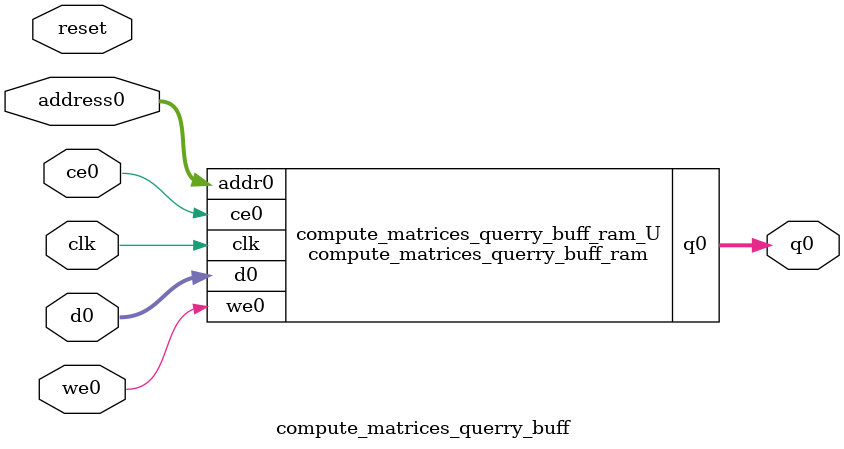
<source format=v>
`timescale 1 ns / 1 ps
module compute_matrices_querry_buff_ram (addr0, ce0, d0, we0, q0,  clk);

parameter DWIDTH = 8;
parameter AWIDTH = 5;
parameter MEM_SIZE = 32;

input[AWIDTH-1:0] addr0;
input ce0;
input[DWIDTH-1:0] d0;
input we0;
output reg[DWIDTH-1:0] q0;
input clk;

reg [DWIDTH-1:0] ram[0:MEM_SIZE-1];




always @(posedge clk)  
begin 
    if (ce0) begin
        if (we0) 
            ram[addr0] <= d0; 
        q0 <= ram[addr0];
    end
end


endmodule

`timescale 1 ns / 1 ps
module compute_matrices_querry_buff(
    reset,
    clk,
    address0,
    ce0,
    we0,
    d0,
    q0);

parameter DataWidth = 32'd8;
parameter AddressRange = 32'd32;
parameter AddressWidth = 32'd5;
input reset;
input clk;
input[AddressWidth - 1:0] address0;
input ce0;
input we0;
input[DataWidth - 1:0] d0;
output[DataWidth - 1:0] q0;



compute_matrices_querry_buff_ram compute_matrices_querry_buff_ram_U(
    .clk( clk ),
    .addr0( address0 ),
    .ce0( ce0 ),
    .we0( we0 ),
    .d0( d0 ),
    .q0( q0 ));

endmodule


</source>
